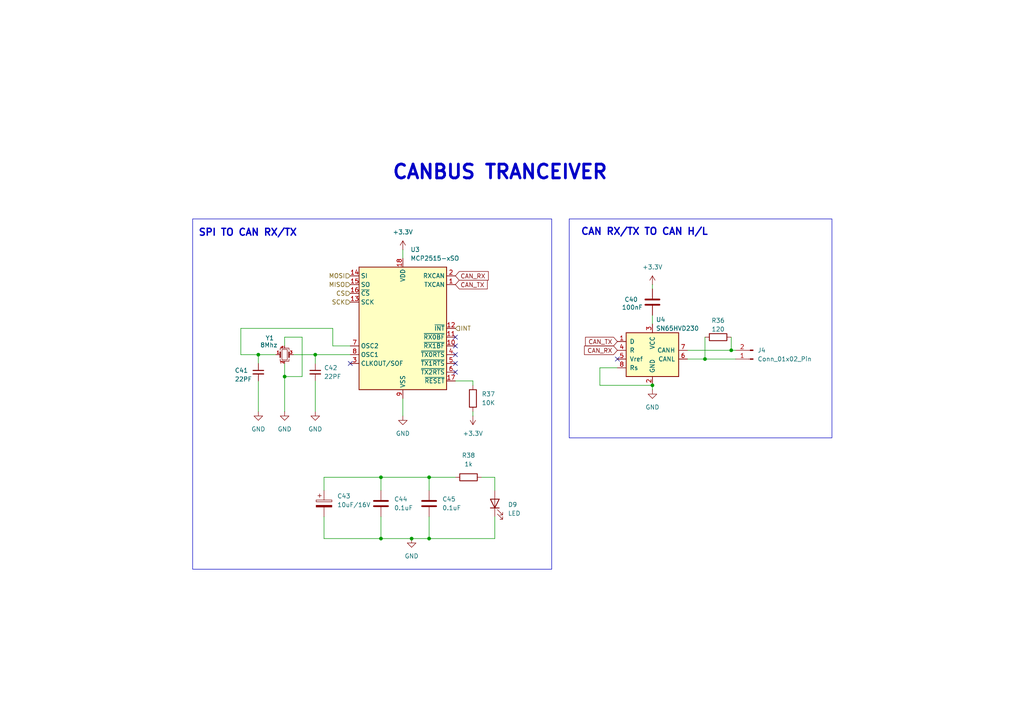
<source format=kicad_sch>
(kicad_sch (version 20231120) (generator "eeschema") (generator_version "8.0")
  (paper "A4")
  (lib_symbols
    (symbol "Connector:Conn_01x02_Pin" (pin_names (offset 1.016) hide)
      (property "Reference" "J" (at 0 2.54 0))
      (property "Value" "Conn_01x02_Pin" (at 0 -5.08 0))
      (symbol "Conn_01x02_Pin_1_1"
        (polyline (pts (xy 1.27 -2.54) (xy 0.8636 -2.54)) (stroke (width 0.1524)))
        (polyline (pts (xy 1.27 0) (xy 0.8636 0)) (stroke (width 0.1524)))
        (rectangle (start 0.8636 -2.413) (end 0 -2.667) (stroke (width 0.1524)) (fill (type outline)))
        (rectangle (start 0.8636 0.127) (end 0 -0.127) (stroke (width 0.1524)) (fill (type outline)))
        (pin passive line (at 5.08 0 180) (length 3.81) (name "Pin_1") (number "1"))
        (pin passive line (at 5.08 -2.54 180) (length 3.81) (name "Pin_2") (number "2"))
      )
    )
    (symbol "Device:C" (pin_numbers hide) (pin_names (offset 0.254))
      (property "Reference" "C" (at 0.635 2.54 0))
      (property "Value" "C" (at 0.635 -2.54 0))
      (symbol "C_0_1"
        (polyline (pts (xy -2.032 -0.762) (xy 2.032 -0.762)) (stroke (width 0.508)))
        (polyline (pts (xy -2.032 0.762) (xy 2.032 0.762)) (stroke (width 0.508)))
      )
      (symbol "C_1_1"
        (pin passive line (at 0 3.81 270) (length 2.794) (name "~") (number "1"))
        (pin passive line (at 0 -3.81 90) (length 2.794) (name "~") (number "2"))
      )
    )
    (symbol "Device:C_Polarized" (pin_numbers hide) (pin_names (offset 0.254))
      (property "Reference" "C" (at 0.635 2.54 0))
      (property "Value" "C_Polarized" (at 0.635 -2.54 0))
      (symbol "C_Polarized_0_1"
        (rectangle (start -2.286 0.508) (end 2.286 1.016))
        (polyline (pts (xy -1.778 2.286) (xy -0.762 2.286)))
        (polyline (pts (xy -1.27 2.794) (xy -1.27 1.778)))
        (rectangle (start 2.286 -0.508) (end -2.286 -1.016) (fill (type outline)))
      )
      (symbol "C_Polarized_1_1"
        (pin passive line (at 0 3.81 270) (length 2.794) (name "~") (number "1"))
        (pin passive line (at 0 -3.81 90) (length 2.794) (name "~") (number "2"))
      )
    )
    (symbol "Device:C_Small" (pin_numbers hide) (pin_names (offset 0.254) hide)
      (property "Reference" "C" (at 0.254 1.778 0))
      (property "Value" "C_Small" (at 0.254 -2.032 0))
      (symbol "C_Small_0_1"
        (polyline (pts (xy -1.524 -0.508) (xy 1.524 -0.508)) (stroke (width 0.3302)))
        (polyline (pts (xy -1.524 0.508) (xy 1.524 0.508)) (stroke (width 0.3048)))
      )
      (symbol "C_Small_1_1"
        (pin passive line (at 0 2.54 270) (length 2.032) (name "~") (number "1"))
        (pin passive line (at 0 -2.54 90) (length 2.032) (name "~") (number "2"))
      )
    )
    (symbol "Device:Crystal_GND24_Small" (pin_names (offset 1.016) hide)
      (property "Reference" "Y" (at 1.27 4.445 0))
      (property "Value" "Crystal_GND24_Small" (at 1.27 2.54 0))
      (symbol "Crystal_GND24_Small_0_1"
        (rectangle (start -0.762 -1.524) (end 0.762 1.524))
        (polyline (pts (xy -1.27 -0.762) (xy -1.27 0.762)) (stroke (width 0.381)))
        (polyline (pts (xy 1.27 -0.762) (xy 1.27 0.762)) (stroke (width 0.381)))
        (polyline (pts (xy -1.27 -1.27) (xy -1.27 -1.905) (xy 1.27 -1.905) (xy 1.27 -1.27)))
        (polyline (pts (xy -1.27 1.27) (xy -1.27 1.905) (xy 1.27 1.905) (xy 1.27 1.27)))
      )
      (symbol "Crystal_GND24_Small_1_1"
        (pin passive line (at -2.54 0 0) (length 1.27) (name "1") (number "1"))
        (pin passive line (at 0 -2.54 90) (length 0.635) (name "2") (number "2"))
        (pin passive line (at 2.54 0 180) (length 1.27) (name "3") (number "3"))
        (pin passive line (at 0 2.54 270) (length 0.635) (name "4") (number "4"))
      )
    )
    (symbol "Device:LED" (pin_numbers hide) (pin_names (offset 1.016) hide)
      (property "Reference" "D" (at 0 2.54 0))
      (property "Value" "LED" (at 0 -2.54 0))
      (symbol "LED_0_1"
        (polyline (pts (xy -1.27 -1.27) (xy -1.27 1.27)) (stroke (width 0.254)))
        (polyline (pts (xy -1.27 0) (xy 1.27 0)))
        (polyline (pts (xy 1.27 -1.27) (xy 1.27 1.27) (xy -1.27 0) (xy 1.27 -1.27)) (stroke (width 0.254)))
        (polyline (pts (xy -3.048 -0.762) (xy -4.572 -2.286) (xy -3.81 -2.286) (xy -4.572 -2.286) (xy -4.572 -1.524)))
        (polyline (pts (xy -1.778 -0.762) (xy -3.302 -2.286) (xy -2.54 -2.286) (xy -3.302 -2.286) (xy -3.302 -1.524)))
      )
      (symbol "LED_1_1"
        (pin passive line (at -3.81 0 0) (length 2.54) (name "K") (number "1"))
        (pin passive line (at 3.81 0 180) (length 2.54) (name "A") (number "2"))
      )
    )
    (symbol "Device:R" (pin_numbers hide) (pin_names (offset 0))
      (property "Reference" "R" (at 2.032 0 90))
      (property "Value" "R" (at 0 0 90))
      (symbol "R_0_1"
        (rectangle (start -1.016 -2.54) (end 1.016 2.54) (stroke (width 0.254)))
      )
      (symbol "R_1_1"
        (pin passive line (at 0 3.81 270) (length 1.27) (name "~") (number "1"))
        (pin passive line (at 0 -3.81 90) (length 1.27) (name "~") (number "2"))
      )
    )
    (symbol "Interface_CAN_LIN:MCP2515-xSO"
      (property "Reference" "U" (at -10.16 19.685 0))
      (property "Value" "MCP2515-xSO" (at 19.05 20.32 0))
      (symbol "MCP2515-xSO_0_1"
        (rectangle (start -12.7 17.78) (end 12.7 -17.78) (stroke (width 0.254)) (fill (type background)))
      )
      (symbol "MCP2515-xSO_1_1"
        (pin output line (at 15.24 12.7 180) (length 2.54) (name "TXCAN") (number "1"))
        (pin output line (at 15.24 -5.08 180) (length 2.54) (name "~{RX1BF}") (number "10"))
        (pin output line (at 15.24 -2.54 180) (length 2.54) (name "~{RX0BF}") (number "11"))
        (pin output line (at 15.24 0 180) (length 2.54) (name "~{INT}") (number "12"))
        (pin input line (at -15.24 7.62 0) (length 2.54) (name "SCK") (number "13"))
        (pin input line (at -15.24 15.24 0) (length 2.54) (name "SI") (number "14"))
        (pin output line (at -15.24 12.7 0) (length 2.54) (name "SO") (number "15"))
        (pin input line (at -15.24 10.16 0) (length 2.54) (name "~{CS}") (number "16"))
        (pin input line (at 15.24 -15.24 180) (length 2.54) (name "~{RESET}") (number "17"))
        (pin power_in line (at 0 20.32 270) (length 2.54) (name "VDD") (number "18"))
        (pin input line (at 15.24 15.24 180) (length 2.54) (name "RXCAN") (number "2"))
        (pin output line (at -15.24 -10.16 0) (length 2.54) (name "CLKOUT/SOF") (number "3"))
        (pin input line (at 15.24 -7.62 180) (length 2.54) (name "~{TX0RTS}") (number "4"))
        (pin input line (at 15.24 -10.16 180) (length 2.54) (name "~{TX1RTS}") (number "5"))
        (pin input line (at 15.24 -12.7 180) (length 2.54) (name "~{TX2RTS}") (number "6"))
        (pin output line (at -15.24 -5.08 0) (length 2.54) (name "OSC2") (number "7"))
        (pin input line (at -15.24 -7.62 0) (length 2.54) (name "OSC1") (number "8"))
        (pin power_in line (at 0 -20.32 90) (length 2.54) (name "VSS") (number "9"))
      )
    )
    (symbol "Interface_CAN_LIN:SN65HVD230" (pin_names (offset 1.016))
      (property "Reference" "U" (at -2.54 10.16 0))
      (property "Value" "SN65HVD230" (at -2.54 7.62 0))
      (symbol "SN65HVD230_0_1"
        (rectangle (start -7.62 5.08) (end 7.62 -7.62) (stroke (width 0.254)) (fill (type background)))
      )
      (symbol "SN65HVD230_1_1"
        (pin input line (at -10.16 2.54 0) (length 2.54) (name "D") (number "1"))
        (pin power_in line (at 0 -10.16 90) (length 2.54) (name "GND") (number "2"))
        (pin power_in line (at 0 7.62 270) (length 2.54) (name "VCC") (number "3"))
        (pin output line (at -10.16 0 0) (length 2.54) (name "R") (number "4"))
        (pin output line (at -10.16 -2.54 0) (length 2.54) (name "Vref") (number "5"))
        (pin bidirectional line (at 10.16 -2.54 180) (length 2.54) (name "CANL") (number "6"))
        (pin bidirectional line (at 10.16 0 180) (length 2.54) (name "CANH") (number "7"))
        (pin input line (at -10.16 -5.08 0) (length 2.54) (name "Rs") (number "8"))
      )
    )
    (symbol "power:+3.3V" (power) (pin_numbers hide) (pin_names (offset 0) hide)
      (property "Value" "+3.3V" (at 0 3.556 0))
      (symbol "+3.3V_0_1"
        (polyline (pts (xy -0.762 1.27) (xy 0 2.54)))
        (polyline (pts (xy 0 0) (xy 0 2.54)))
        (polyline (pts (xy 0 2.54) (xy 0.762 1.27)))
      )
      (symbol "+3.3V_1_1"
        (pin power_in line (at 0 0 90) (length 0) (name "~") (number "1"))
      )
    )
    (symbol "power:GND" (power) (pin_numbers hide) (pin_names (offset 0) hide)
      (property "Value" "GND" (at 0 -3.81 0))
      (symbol "GND_0_1"
        (polyline (pts (xy 0 0) (xy 0 -1.27) (xy 1.27 -1.27) (xy 0 -2.54) (xy -1.27 -1.27) (xy 0 -1.27)))
      )
      (symbol "GND_1_1"
        (pin power_in line (at 0 0 270) (length 0) (name "~") (number "1"))
      )
    )
  )
  (junction (at 119.38 156.21))
  (junction (at 91.44 102.87))
  (junction (at 204.47 104.14))
  (junction (at 124.46 156.21))
  (junction (at 189.23 111.76))
  (junction (at 74.93 102.87))
  (junction (at 212.09 101.6))
  (junction (at 110.49 138.43))
  (junction (at 82.55 109.22))
  (junction (at 124.46 138.43))
  (junction (at 110.49 156.21))
  (no_connect (at 132.08 105.41))
  (no_connect (at 179.07 104.14))
  (no_connect (at 132.08 97.79))
  (no_connect (at 132.08 102.87))
  (no_connect (at 132.08 107.95))
  (no_connect (at 132.08 100.33))
  (no_connect (at 101.6 105.41))
  (wire (pts (xy 110.49 149.86) (xy 110.49 156.21)))
  (wire (pts (xy 173.99 106.68) (xy 173.99 111.76)))
  (wire (pts (xy 93.98 138.43) (xy 110.49 138.43)))
  (wire (pts (xy 74.93 102.87) (xy 80.01 102.87)))
  (wire (pts (xy 179.07 106.68) (xy 173.99 106.68)))
  (wire (pts (xy 143.51 149.86) (xy 143.51 156.21)))
  (wire (pts (xy 204.47 104.14) (xy 213.36 104.14)))
  (wire (pts (xy 124.46 138.43) (xy 124.46 142.24)))
  (wire (pts (xy 189.23 113.03) (xy 189.23 111.76)))
  (wire (pts (xy 91.44 102.87) (xy 91.44 105.41)))
  (wire (pts (xy 199.39 104.14) (xy 204.47 104.14)))
  (wire (pts (xy 69.85 102.87) (xy 74.93 102.87)))
  (wire (pts (xy 74.93 102.87) (xy 74.93 105.41)))
  (wire (pts (xy 124.46 138.43) (xy 132.08 138.43)))
  (wire (pts (xy 82.55 100.33) (xy 82.55 97.79)))
  (wire (pts (xy 189.23 91.44) (xy 189.23 93.98)))
  (wire (pts (xy 143.51 156.21) (xy 124.46 156.21)))
  (wire (pts (xy 116.84 72.39) (xy 116.84 74.93)))
  (wire (pts (xy 93.98 142.24) (xy 93.98 138.43)))
  (wire (pts (xy 69.85 102.87) (xy 69.85 95.25)))
  (wire (pts (xy 204.47 97.79) (xy 204.47 104.14)))
  (wire (pts (xy 189.23 82.55) (xy 189.23 83.82)))
  (wire (pts (xy 93.98 156.21) (xy 110.49 156.21)))
  (wire (pts (xy 139.7 138.43) (xy 143.51 138.43)))
  (wire (pts (xy 91.44 110.49) (xy 91.44 119.38)))
  (wire (pts (xy 143.51 138.43) (xy 143.51 142.24)))
  (wire (pts (xy 85.09 102.87) (xy 91.44 102.87)))
  (wire (pts (xy 137.16 110.49) (xy 137.16 111.76)))
  (wire (pts (xy 96.52 100.33) (xy 101.6 100.33)))
  (wire (pts (xy 74.93 110.49) (xy 74.93 119.38)))
  (wire (pts (xy 173.99 111.76) (xy 189.23 111.76)))
  (wire (pts (xy 69.85 95.25) (xy 96.52 95.25)))
  (wire (pts (xy 82.55 105.41) (xy 82.55 109.22)))
  (wire (pts (xy 110.49 142.24) (xy 110.49 138.43)))
  (wire (pts (xy 199.39 101.6) (xy 212.09 101.6)))
  (wire (pts (xy 87.63 97.79) (xy 87.63 109.22)))
  (wire (pts (xy 82.55 97.79) (xy 87.63 97.79)))
  (wire (pts (xy 132.08 110.49) (xy 137.16 110.49)))
  (wire (pts (xy 116.84 115.57) (xy 116.84 120.65)))
  (wire (pts (xy 96.52 95.25) (xy 96.52 100.33)))
  (wire (pts (xy 137.16 119.38) (xy 137.16 120.65)))
  (wire (pts (xy 91.44 102.87) (xy 101.6 102.87)))
  (wire (pts (xy 124.46 156.21) (xy 119.38 156.21)))
  (wire (pts (xy 110.49 156.21) (xy 119.38 156.21)))
  (wire (pts (xy 87.63 109.22) (xy 82.55 109.22)))
  (wire (pts (xy 212.09 101.6) (xy 213.36 101.6)))
  (wire (pts (xy 110.49 138.43) (xy 124.46 138.43)))
  (wire (pts (xy 82.55 109.22) (xy 82.55 119.38)))
  (wire (pts (xy 212.09 97.79) (xy 212.09 101.6)))
  (wire (pts (xy 124.46 149.86) (xy 124.46 156.21)))
  (wire (pts (xy 93.98 149.86) (xy 93.98 156.21)))
  (rectangle (start 55.88 63.5) (end 160.02 165.1))
  (rectangle (start 165.1 63.5) (end 241.3 127))
  (text "SPI TO CAN RX/TX\n" (at 71.882 67.564 0) (effects (font (size 2 2) (bold yes))))
  (text "CAN RX/TX TO CAN H/L" (at 186.944 67.31 0) (effects (font (size 2 2) (bold yes))))
  (text "CANBUS TRANCEIVER\n" (at 145.034 50.038 0) (effects (font (size 4 4) (thickness 0.8) (bold yes))))
  (global_label "CAN_RX" (shape input) (at 132.08 80.01 0) (property "Intersheetrefs" "${INTERSHEET_REFS}" (effects (hide yes))))
  (global_label "CAN_RX" (shape input) (at 179.07 101.6 180) (property "Intersheetrefs" "${INTERSHEET_REFS}" (effects (hide yes))))
  (global_label "CAN_TX" (shape input) (at 179.07 99.06 180) (property "Intersheetrefs" "${INTERSHEET_REFS}" (effects (hide yes))))
  (global_label "CAN_TX" (shape input) (at 132.08 82.55 0) (property "Intersheetrefs" "${INTERSHEET_REFS}" (effects (hide yes))))
  (hierarchical_label "MOSI" (shape input) (at 101.6 80.01 180))
  (hierarchical_label "INT" (shape input) (at 132.08 95.25 0))
  (hierarchical_label "CS" (shape input) (at 101.6 85.09 180))
  (hierarchical_label "MISO" (shape input) (at 101.6 82.55 180))
  (hierarchical_label "SCK" (shape input) (at 101.6 87.63 180))
  (symbol (lib_id "Interface_CAN_LIN:MCP2515-xSO") (at 116.84 95.25 0) (unit 1)
    (property "Reference" "U3" (at 119.0341 72.39 0) (effects (justify left)))
    (property "Value" "MCP2515-xSO" (at 119.0341 74.93 0) (effects (justify left)))
    (property "Footprint" "Package_SO:SOIC-18W_7.5x11.6mm_P1.27mm" (effects (hide yes)))
    (property "Datasheet" "http://ww1.microchip.com/downloads/en/DeviceDoc/21801e.pdf" (effects (hide yes)))
    (property "Description" "Stand-Alone CAN Controller with SPI Interface, SOIC-18" (effects (hide yes)))
  )
  (symbol (lib_id "Device:C") (at 189.23 87.63 0) (unit 1)
    (property "Reference" "C40" (at 181.102 86.868 0) (effects (justify left)))
    (property "Value" "100nF" (at 180.34 89.154 0) (effects (justify left)))
    (property "Footprint" "Capacitor_SMD:C_0603_1608Metric" (effects (hide yes)))
    (property "Description" "Unpolarized capacitor" (effects (hide yes)))
  )
  (symbol (lib_id "power:GND") (at 116.84 120.65 0) (unit 1)
    (property "Reference" "#PWR060" (effects (hide yes)))
    (property "Value" "GND" (at 116.84 125.73 0))
    (property "Description" "Power symbol creates a global label with name \"GND\" , ground" (effects (hide yes)))
  )
  (symbol (lib_id "Device:C_Polarized") (at 93.98 146.05 0) (unit 1)
    (property "Reference" "C43" (at 97.79 143.8909 0) (effects (justify left)))
    (property "Value" "10uF/16V" (at 97.79 146.4309 0) (effects (justify left)))
    (property "Footprint" "Capacitor_Tantalum_SMD:CP_EIA-7343-43_Kemet-X_Pad2.25x2.55mm_HandSolder" (effects (hide yes)))
    (property "Description" "Polarized capacitor" (effects (hide yes)))
  )
  (symbol (lib_id "Device:C_Small") (at 74.93 107.95 0) (unit 1)
    (property "Reference" "C41" (at 68.072 107.442 0) (effects (justify left)))
    (property "Value" "22PF" (at 68.072 109.982 0) (effects (justify left)))
    (property "Footprint" "Capacitor_SMD:C_0603_1608Metric" (effects (hide yes)))
  )
  (symbol (lib_id "Device:LED") (at 143.51 146.05 90) (unit 1)
    (property "Reference" "D9" (at 147.32 146.3674 90) (effects (justify right)))
    (property "Value" "LED" (at 147.32 148.9074 90) (effects (justify right)))
    (property "Footprint" "LED_SMD:LED_0805_2012Metric" (effects (hide yes)))
    (property "Description" "Light emitting diode" (effects (hide yes)))
  )
  (symbol (lib_id "Interface_CAN_LIN:SN65HVD230") (at 189.23 101.6 0) (unit 1)
    (property "Reference" "U4" (at 190.246 92.71 0) (effects (justify left)))
    (property "Value" "SN65HVD230" (at 190.246 95.25 0) (effects (justify left)))
    (property "Footprint" "Package_SO:SOIC-8_3.9x4.9mm_P1.27mm" (effects (hide yes)))
    (property "Datasheet" "http://www.ti.com/lit/ds/symlink/sn65hvd230.pdf" (effects (hide yes)))
    (property "Description" "CAN Bus Transceivers, 3.3V, 1Mbps, Low-Power capabilities, SOIC-8" (effects (hide yes)))
  )
  (symbol (lib_id "power:GND") (at 189.23 113.03 0) (unit 1)
    (property "Reference" "#PWR056" (effects (hide yes)))
    (property "Value" "GND" (at 189.23 118.11 0))
    (property "Description" "Power symbol creates a global label with name \"GND\" , ground" (effects (hide yes)))
  )
  (symbol (lib_id "Device:C") (at 124.46 146.05 180) (unit 1)
    (property "Reference" "C45" (at 128.27 144.7799 0) (effects (justify right)))
    (property "Value" "0.1uF" (at 128.27 147.3199 0) (effects (justify right)))
    (property "Footprint" "Capacitor_SMD:C_0603_1608Metric" (effects (hide yes)))
    (property "Description" "Unpolarized capacitor" (effects (hide yes)))
  )
  (symbol (lib_id "power:GND") (at 119.38 156.21 0) (unit 1)
    (property "Reference" "#PWR065" (effects (hide yes)))
    (property "Value" "GND" (at 119.38 161.29 0))
  )
  (symbol (lib_id "Device:R") (at 137.16 115.57 0) (unit 1)
    (property "Reference" "R37" (at 139.7 114.2999 0) (effects (justify left)))
    (property "Value" "10K" (at 139.7 116.8399 0) (effects (justify left)))
    (property "Footprint" "Resistor_SMD:R_0603_1608Metric" (effects (hide yes)))
    (property "Description" "Resistor" (effects (hide yes)))
  )
  (symbol (lib_id "power:GND") (at 82.55 119.38 0) (unit 1)
    (property "Reference" "#PWR062" (effects (hide yes)))
    (property "Value" "GND" (at 82.55 124.46 0))
  )
  (symbol (lib_id "Device:C") (at 110.49 146.05 180) (unit 1)
    (property "Reference" "C44" (at 114.3 144.7799 0) (effects (justify right)))
    (property "Value" "0.1uF" (at 114.3 147.3199 0) (effects (justify right)))
    (property "Footprint" "Capacitor_SMD:C_0603_1608Metric" (effects (hide yes)))
    (property "Description" "Unpolarized capacitor" (effects (hide yes)))
  )
  (symbol (lib_id "power:+3.3V") (at 189.23 82.55 0) (unit 1)
    (property "Reference" "#PWR055" (effects (hide yes)))
    (property "Value" "+3.3V" (at 189.23 77.47 0))
    (property "Description" "Power symbol creates a global label with name \"+3.3V\"" (effects (hide yes)))
  )
  (symbol (lib_id "power:+3.3V") (at 116.84 72.39 0) (unit 1)
    (property "Reference" "#PWR059" (effects (hide yes)))
    (property "Value" "+3.3V" (at 116.84 67.31 0))
    (property "Description" "Power symbol creates a global label with name \"+3.3V\"" (effects (hide yes)))
  )
  (symbol (lib_id "Device:C_Small") (at 91.44 107.95 0) (unit 1)
    (property "Reference" "C42" (at 93.98 106.6862 0) (effects (justify left)))
    (property "Value" "22PF" (at 93.98 109.2262 0) (effects (justify left)))
    (property "Footprint" "Capacitor_SMD:C_0603_1608Metric" (effects (hide yes)))
  )
  (symbol (lib_id "Device:Crystal_GND24_Small") (at 82.55 102.87 0) (unit 1)
    (property "Reference" "Y1" (at 78.232 98.044 0))
    (property "Value" "8Mhz" (at 77.978 100.076 0))
    (property "Footprint" "Crystal:Crystal_SMD_3225-4Pin_3.2x2.5mm" (effects (hide yes)))
  )
  (symbol (lib_id "Device:R") (at 135.89 138.43 90) (unit 1)
    (property "Reference" "R38" (at 135.89 132.08 90))
    (property "Value" "1k" (at 135.89 134.62 90))
    (property "Footprint" "Resistor_SMD:R_0603_1608Metric" (effects (hide yes)))
    (property "Description" "Resistor" (effects (hide yes)))
  )
  (symbol (lib_id "Connector:Conn_01x02_Pin") (at 218.44 104.14 180) (unit 1)
    (property "Reference" "J4" (at 219.71 101.5999 0) (effects (justify right)))
    (property "Value" "Conn_01x02_Pin" (at 219.71 104.1399 0) (effects (justify right)))
    (property "Footprint" "Connector_Phoenix_MC:PhoenixContact_MCV_1,5_2-G-3.5_1x02_P3.50mm_Vertical" (effects (hide yes)))
    (property "Description" "Generic connector, single row, 01x02, script generated" (effects (hide yes)))
  )
  (symbol (lib_id "power:+3.3V") (at 137.16 120.65 180) (unit 1)
    (property "Reference" "#PWR064" (effects (hide yes)))
    (property "Value" "+3.3V" (at 137.16 125.73 0))
    (property "Description" "Power symbol creates a global label with name \"+3.3V\"" (effects (hide yes)))
  )
  (symbol (lib_id "power:GND") (at 74.93 119.38 0) (unit 1)
    (property "Reference" "#PWR061" (effects (hide yes)))
    (property "Value" "GND" (at 74.93 124.46 0))
  )
  (symbol (lib_id "power:GND") (at 91.44 119.38 0) (unit 1)
    (property "Reference" "#PWR063" (effects (hide yes)))
    (property "Value" "GND" (at 91.44 124.46 0))
  )
  (symbol (lib_id "Device:R") (at 208.28 97.79 90) (unit 1)
    (property "Reference" "R36" (at 208.28 92.964 90))
    (property "Value" "120" (at 208.28 95.504 90))
    (property "Footprint" "Resistor_SMD:R_0603_1608Metric" (effects (hide yes)))
    (property "Description" "Resistor" (effects (hide yes)))
  )
)
</source>
